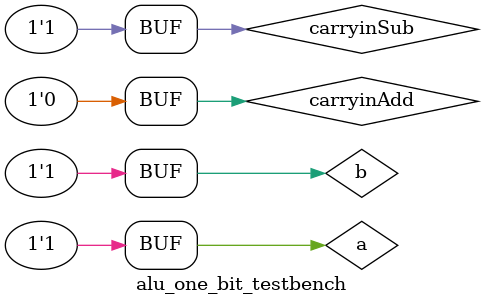
<source format=sv>
`timescale 1ps/1ps

/**
 * 
 * One bit ALU that is to be called 64 times in top-level, 64-bit ALU
 * 
 */
module alu_one_bit(carryinAdd, carryinSub, a, b, coutAdd, coutSub, bitOR, bitXOR, bitAND, resultAdd, resultSub);
	input logic carryinAdd, carryinSub, a, b;

	output logic coutAdd, coutSub;
	output logic bitOR, bitXOR, bitAND;
	output logic resultAdd, resultSub;
	
	
	// calculate all the bitwise operations
	xor #50ps doXOR(bitXOR, a, b); // bitwise XOR
	and #50ps doAND(bitAND, a, b); // bitwise AND
	or #50ps doOR(bitOR, a, b);    // bitwise OR
	
	// calculate the sum
	adder addition(.a, .b, .cin(carryinAdd), .cout(coutAdd), .sum(resultAdd), .subtr(1'b0));

	// calculate the difference
	adder subtraction(.a, .b, .cin(carryinSub), .cout(coutSub), .sum(resultSub), .subtr(1'b1));

endmodule

/* alu one bit testbench */
module alu_one_bit_testbench();
	logic carryinAdd, carryinSub, a, b;
	logic coutAdd, coutSub;
	logic bitOR, bitXOR, bitAND;
	logic resultAdd, resultSub;
	
	alu_one_bit dut(.*);

	//
	// Simple testbench to ensure that all of our calculated
	// outputs are accurate
	//
	initial begin
	
		carryinAdd = 0; carryinSub = 1; a = 1; b = 1; #2000;

	end


endmodule



</source>
